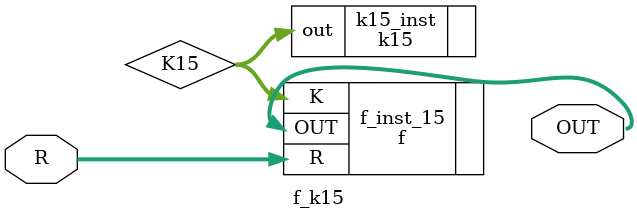
<source format=v>
/**
 * Round function del round 15: funzione f(R, K)
 *
 * Utilizza R14 del round precedente e K15
 * per calcolare il valore (facendo lo XOR con L14) di R15.
*/

module f_k15(
    input [32:1] R,
    output [32:1] OUT
);

    wire [48:1] K15;
    k15 k15_inst(
        .out(K15[48:1])
    );

    f f_inst_15(
        .R(R[32:1]),
        .K(K15[48:1]),
        .OUT(OUT[32:1])
    );
endmodule

</source>
